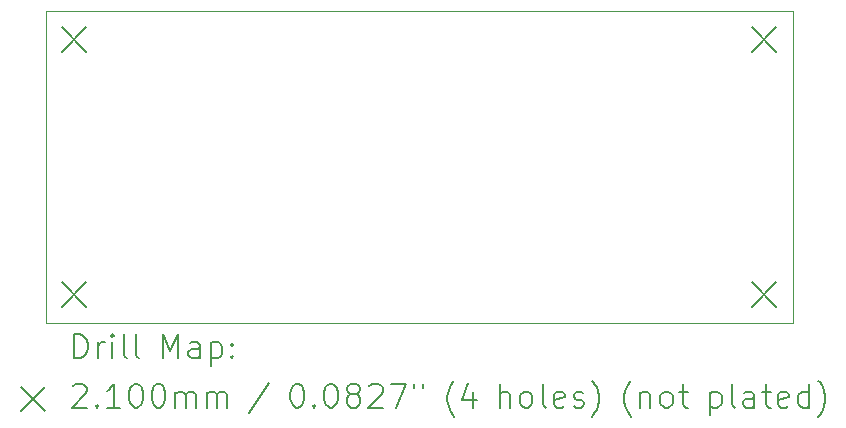
<source format=gbr>
%TF.GenerationSoftware,KiCad,Pcbnew,(7.0.0)*%
%TF.CreationDate,2023-06-02T20:54:35-06:00*%
%TF.ProjectId,WatchDogV4-CAP,57617463-6844-46f6-9756-342d4341502e,rev?*%
%TF.SameCoordinates,Original*%
%TF.FileFunction,Drillmap*%
%TF.FilePolarity,Positive*%
%FSLAX45Y45*%
G04 Gerber Fmt 4.5, Leading zero omitted, Abs format (unit mm)*
G04 Created by KiCad (PCBNEW (7.0.0)) date 2023-06-02 20:54:35*
%MOMM*%
%LPD*%
G01*
G04 APERTURE LIST*
%ADD10C,0.100000*%
%ADD11C,0.200000*%
%ADD12C,0.210000*%
G04 APERTURE END LIST*
D10*
X6451600Y-4013200D02*
X12776200Y-4013200D01*
X12776200Y-4013200D02*
X12776200Y-6654800D01*
X12776200Y-6654800D02*
X6451600Y-6654800D01*
X6451600Y-6654800D02*
X6451600Y-4013200D01*
D11*
D12*
X6587900Y-4149500D02*
X6797900Y-4359500D01*
X6797900Y-4149500D02*
X6587900Y-4359500D01*
X6587900Y-6308500D02*
X6797900Y-6518500D01*
X6797900Y-6308500D02*
X6587900Y-6518500D01*
X12429900Y-4149500D02*
X12639900Y-4359500D01*
X12639900Y-4149500D02*
X12429900Y-4359500D01*
X12429900Y-6308500D02*
X12639900Y-6518500D01*
X12639900Y-6308500D02*
X12429900Y-6518500D01*
D11*
X6694219Y-6953276D02*
X6694219Y-6753276D01*
X6694219Y-6753276D02*
X6741838Y-6753276D01*
X6741838Y-6753276D02*
X6770409Y-6762800D01*
X6770409Y-6762800D02*
X6789457Y-6781848D01*
X6789457Y-6781848D02*
X6798981Y-6800895D01*
X6798981Y-6800895D02*
X6808505Y-6838990D01*
X6808505Y-6838990D02*
X6808505Y-6867562D01*
X6808505Y-6867562D02*
X6798981Y-6905657D01*
X6798981Y-6905657D02*
X6789457Y-6924705D01*
X6789457Y-6924705D02*
X6770409Y-6943752D01*
X6770409Y-6943752D02*
X6741838Y-6953276D01*
X6741838Y-6953276D02*
X6694219Y-6953276D01*
X6894219Y-6953276D02*
X6894219Y-6819943D01*
X6894219Y-6858038D02*
X6903743Y-6838990D01*
X6903743Y-6838990D02*
X6913267Y-6829467D01*
X6913267Y-6829467D02*
X6932314Y-6819943D01*
X6932314Y-6819943D02*
X6951362Y-6819943D01*
X7018028Y-6953276D02*
X7018028Y-6819943D01*
X7018028Y-6753276D02*
X7008505Y-6762800D01*
X7008505Y-6762800D02*
X7018028Y-6772324D01*
X7018028Y-6772324D02*
X7027552Y-6762800D01*
X7027552Y-6762800D02*
X7018028Y-6753276D01*
X7018028Y-6753276D02*
X7018028Y-6772324D01*
X7141838Y-6953276D02*
X7122790Y-6943752D01*
X7122790Y-6943752D02*
X7113267Y-6924705D01*
X7113267Y-6924705D02*
X7113267Y-6753276D01*
X7246600Y-6953276D02*
X7227552Y-6943752D01*
X7227552Y-6943752D02*
X7218028Y-6924705D01*
X7218028Y-6924705D02*
X7218028Y-6753276D01*
X7442790Y-6953276D02*
X7442790Y-6753276D01*
X7442790Y-6753276D02*
X7509457Y-6896133D01*
X7509457Y-6896133D02*
X7576124Y-6753276D01*
X7576124Y-6753276D02*
X7576124Y-6953276D01*
X7757076Y-6953276D02*
X7757076Y-6848514D01*
X7757076Y-6848514D02*
X7747552Y-6829467D01*
X7747552Y-6829467D02*
X7728505Y-6819943D01*
X7728505Y-6819943D02*
X7690409Y-6819943D01*
X7690409Y-6819943D02*
X7671362Y-6829467D01*
X7757076Y-6943752D02*
X7738028Y-6953276D01*
X7738028Y-6953276D02*
X7690409Y-6953276D01*
X7690409Y-6953276D02*
X7671362Y-6943752D01*
X7671362Y-6943752D02*
X7661838Y-6924705D01*
X7661838Y-6924705D02*
X7661838Y-6905657D01*
X7661838Y-6905657D02*
X7671362Y-6886609D01*
X7671362Y-6886609D02*
X7690409Y-6877086D01*
X7690409Y-6877086D02*
X7738028Y-6877086D01*
X7738028Y-6877086D02*
X7757076Y-6867562D01*
X7852314Y-6819943D02*
X7852314Y-7019943D01*
X7852314Y-6829467D02*
X7871362Y-6819943D01*
X7871362Y-6819943D02*
X7909457Y-6819943D01*
X7909457Y-6819943D02*
X7928505Y-6829467D01*
X7928505Y-6829467D02*
X7938028Y-6838990D01*
X7938028Y-6838990D02*
X7947552Y-6858038D01*
X7947552Y-6858038D02*
X7947552Y-6915181D01*
X7947552Y-6915181D02*
X7938028Y-6934228D01*
X7938028Y-6934228D02*
X7928505Y-6943752D01*
X7928505Y-6943752D02*
X7909457Y-6953276D01*
X7909457Y-6953276D02*
X7871362Y-6953276D01*
X7871362Y-6953276D02*
X7852314Y-6943752D01*
X8033267Y-6934228D02*
X8042790Y-6943752D01*
X8042790Y-6943752D02*
X8033267Y-6953276D01*
X8033267Y-6953276D02*
X8023743Y-6943752D01*
X8023743Y-6943752D02*
X8033267Y-6934228D01*
X8033267Y-6934228D02*
X8033267Y-6953276D01*
X8033267Y-6829467D02*
X8042790Y-6838990D01*
X8042790Y-6838990D02*
X8033267Y-6848514D01*
X8033267Y-6848514D02*
X8023743Y-6838990D01*
X8023743Y-6838990D02*
X8033267Y-6829467D01*
X8033267Y-6829467D02*
X8033267Y-6848514D01*
X6246600Y-7199800D02*
X6446600Y-7399800D01*
X6446600Y-7199800D02*
X6246600Y-7399800D01*
X6684695Y-7192324D02*
X6694219Y-7182800D01*
X6694219Y-7182800D02*
X6713267Y-7173276D01*
X6713267Y-7173276D02*
X6760886Y-7173276D01*
X6760886Y-7173276D02*
X6779933Y-7182800D01*
X6779933Y-7182800D02*
X6789457Y-7192324D01*
X6789457Y-7192324D02*
X6798981Y-7211371D01*
X6798981Y-7211371D02*
X6798981Y-7230419D01*
X6798981Y-7230419D02*
X6789457Y-7258990D01*
X6789457Y-7258990D02*
X6675171Y-7373276D01*
X6675171Y-7373276D02*
X6798981Y-7373276D01*
X6884695Y-7354228D02*
X6894219Y-7363752D01*
X6894219Y-7363752D02*
X6884695Y-7373276D01*
X6884695Y-7373276D02*
X6875171Y-7363752D01*
X6875171Y-7363752D02*
X6884695Y-7354228D01*
X6884695Y-7354228D02*
X6884695Y-7373276D01*
X7084695Y-7373276D02*
X6970409Y-7373276D01*
X7027552Y-7373276D02*
X7027552Y-7173276D01*
X7027552Y-7173276D02*
X7008505Y-7201848D01*
X7008505Y-7201848D02*
X6989457Y-7220895D01*
X6989457Y-7220895D02*
X6970409Y-7230419D01*
X7208505Y-7173276D02*
X7227552Y-7173276D01*
X7227552Y-7173276D02*
X7246600Y-7182800D01*
X7246600Y-7182800D02*
X7256124Y-7192324D01*
X7256124Y-7192324D02*
X7265648Y-7211371D01*
X7265648Y-7211371D02*
X7275171Y-7249467D01*
X7275171Y-7249467D02*
X7275171Y-7297086D01*
X7275171Y-7297086D02*
X7265648Y-7335181D01*
X7265648Y-7335181D02*
X7256124Y-7354228D01*
X7256124Y-7354228D02*
X7246600Y-7363752D01*
X7246600Y-7363752D02*
X7227552Y-7373276D01*
X7227552Y-7373276D02*
X7208505Y-7373276D01*
X7208505Y-7373276D02*
X7189457Y-7363752D01*
X7189457Y-7363752D02*
X7179933Y-7354228D01*
X7179933Y-7354228D02*
X7170409Y-7335181D01*
X7170409Y-7335181D02*
X7160886Y-7297086D01*
X7160886Y-7297086D02*
X7160886Y-7249467D01*
X7160886Y-7249467D02*
X7170409Y-7211371D01*
X7170409Y-7211371D02*
X7179933Y-7192324D01*
X7179933Y-7192324D02*
X7189457Y-7182800D01*
X7189457Y-7182800D02*
X7208505Y-7173276D01*
X7398981Y-7173276D02*
X7418029Y-7173276D01*
X7418029Y-7173276D02*
X7437076Y-7182800D01*
X7437076Y-7182800D02*
X7446600Y-7192324D01*
X7446600Y-7192324D02*
X7456124Y-7211371D01*
X7456124Y-7211371D02*
X7465648Y-7249467D01*
X7465648Y-7249467D02*
X7465648Y-7297086D01*
X7465648Y-7297086D02*
X7456124Y-7335181D01*
X7456124Y-7335181D02*
X7446600Y-7354228D01*
X7446600Y-7354228D02*
X7437076Y-7363752D01*
X7437076Y-7363752D02*
X7418029Y-7373276D01*
X7418029Y-7373276D02*
X7398981Y-7373276D01*
X7398981Y-7373276D02*
X7379933Y-7363752D01*
X7379933Y-7363752D02*
X7370409Y-7354228D01*
X7370409Y-7354228D02*
X7360886Y-7335181D01*
X7360886Y-7335181D02*
X7351362Y-7297086D01*
X7351362Y-7297086D02*
X7351362Y-7249467D01*
X7351362Y-7249467D02*
X7360886Y-7211371D01*
X7360886Y-7211371D02*
X7370409Y-7192324D01*
X7370409Y-7192324D02*
X7379933Y-7182800D01*
X7379933Y-7182800D02*
X7398981Y-7173276D01*
X7551362Y-7373276D02*
X7551362Y-7239943D01*
X7551362Y-7258990D02*
X7560886Y-7249467D01*
X7560886Y-7249467D02*
X7579933Y-7239943D01*
X7579933Y-7239943D02*
X7608505Y-7239943D01*
X7608505Y-7239943D02*
X7627552Y-7249467D01*
X7627552Y-7249467D02*
X7637076Y-7268514D01*
X7637076Y-7268514D02*
X7637076Y-7373276D01*
X7637076Y-7268514D02*
X7646600Y-7249467D01*
X7646600Y-7249467D02*
X7665648Y-7239943D01*
X7665648Y-7239943D02*
X7694219Y-7239943D01*
X7694219Y-7239943D02*
X7713267Y-7249467D01*
X7713267Y-7249467D02*
X7722790Y-7268514D01*
X7722790Y-7268514D02*
X7722790Y-7373276D01*
X7818029Y-7373276D02*
X7818029Y-7239943D01*
X7818029Y-7258990D02*
X7827552Y-7249467D01*
X7827552Y-7249467D02*
X7846600Y-7239943D01*
X7846600Y-7239943D02*
X7875171Y-7239943D01*
X7875171Y-7239943D02*
X7894219Y-7249467D01*
X7894219Y-7249467D02*
X7903743Y-7268514D01*
X7903743Y-7268514D02*
X7903743Y-7373276D01*
X7903743Y-7268514D02*
X7913267Y-7249467D01*
X7913267Y-7249467D02*
X7932314Y-7239943D01*
X7932314Y-7239943D02*
X7960886Y-7239943D01*
X7960886Y-7239943D02*
X7979933Y-7249467D01*
X7979933Y-7249467D02*
X7989457Y-7268514D01*
X7989457Y-7268514D02*
X7989457Y-7373276D01*
X8347552Y-7163752D02*
X8176124Y-7420895D01*
X8572314Y-7173276D02*
X8591362Y-7173276D01*
X8591362Y-7173276D02*
X8610410Y-7182800D01*
X8610410Y-7182800D02*
X8619933Y-7192324D01*
X8619933Y-7192324D02*
X8629457Y-7211371D01*
X8629457Y-7211371D02*
X8638981Y-7249467D01*
X8638981Y-7249467D02*
X8638981Y-7297086D01*
X8638981Y-7297086D02*
X8629457Y-7335181D01*
X8629457Y-7335181D02*
X8619933Y-7354228D01*
X8619933Y-7354228D02*
X8610410Y-7363752D01*
X8610410Y-7363752D02*
X8591362Y-7373276D01*
X8591362Y-7373276D02*
X8572314Y-7373276D01*
X8572314Y-7373276D02*
X8553267Y-7363752D01*
X8553267Y-7363752D02*
X8543743Y-7354228D01*
X8543743Y-7354228D02*
X8534219Y-7335181D01*
X8534219Y-7335181D02*
X8524695Y-7297086D01*
X8524695Y-7297086D02*
X8524695Y-7249467D01*
X8524695Y-7249467D02*
X8534219Y-7211371D01*
X8534219Y-7211371D02*
X8543743Y-7192324D01*
X8543743Y-7192324D02*
X8553267Y-7182800D01*
X8553267Y-7182800D02*
X8572314Y-7173276D01*
X8724695Y-7354228D02*
X8734219Y-7363752D01*
X8734219Y-7363752D02*
X8724695Y-7373276D01*
X8724695Y-7373276D02*
X8715172Y-7363752D01*
X8715172Y-7363752D02*
X8724695Y-7354228D01*
X8724695Y-7354228D02*
X8724695Y-7373276D01*
X8858029Y-7173276D02*
X8877076Y-7173276D01*
X8877076Y-7173276D02*
X8896124Y-7182800D01*
X8896124Y-7182800D02*
X8905648Y-7192324D01*
X8905648Y-7192324D02*
X8915172Y-7211371D01*
X8915172Y-7211371D02*
X8924695Y-7249467D01*
X8924695Y-7249467D02*
X8924695Y-7297086D01*
X8924695Y-7297086D02*
X8915172Y-7335181D01*
X8915172Y-7335181D02*
X8905648Y-7354228D01*
X8905648Y-7354228D02*
X8896124Y-7363752D01*
X8896124Y-7363752D02*
X8877076Y-7373276D01*
X8877076Y-7373276D02*
X8858029Y-7373276D01*
X8858029Y-7373276D02*
X8838981Y-7363752D01*
X8838981Y-7363752D02*
X8829457Y-7354228D01*
X8829457Y-7354228D02*
X8819933Y-7335181D01*
X8819933Y-7335181D02*
X8810410Y-7297086D01*
X8810410Y-7297086D02*
X8810410Y-7249467D01*
X8810410Y-7249467D02*
X8819933Y-7211371D01*
X8819933Y-7211371D02*
X8829457Y-7192324D01*
X8829457Y-7192324D02*
X8838981Y-7182800D01*
X8838981Y-7182800D02*
X8858029Y-7173276D01*
X9038981Y-7258990D02*
X9019933Y-7249467D01*
X9019933Y-7249467D02*
X9010410Y-7239943D01*
X9010410Y-7239943D02*
X9000886Y-7220895D01*
X9000886Y-7220895D02*
X9000886Y-7211371D01*
X9000886Y-7211371D02*
X9010410Y-7192324D01*
X9010410Y-7192324D02*
X9019933Y-7182800D01*
X9019933Y-7182800D02*
X9038981Y-7173276D01*
X9038981Y-7173276D02*
X9077076Y-7173276D01*
X9077076Y-7173276D02*
X9096124Y-7182800D01*
X9096124Y-7182800D02*
X9105648Y-7192324D01*
X9105648Y-7192324D02*
X9115172Y-7211371D01*
X9115172Y-7211371D02*
X9115172Y-7220895D01*
X9115172Y-7220895D02*
X9105648Y-7239943D01*
X9105648Y-7239943D02*
X9096124Y-7249467D01*
X9096124Y-7249467D02*
X9077076Y-7258990D01*
X9077076Y-7258990D02*
X9038981Y-7258990D01*
X9038981Y-7258990D02*
X9019933Y-7268514D01*
X9019933Y-7268514D02*
X9010410Y-7278038D01*
X9010410Y-7278038D02*
X9000886Y-7297086D01*
X9000886Y-7297086D02*
X9000886Y-7335181D01*
X9000886Y-7335181D02*
X9010410Y-7354228D01*
X9010410Y-7354228D02*
X9019933Y-7363752D01*
X9019933Y-7363752D02*
X9038981Y-7373276D01*
X9038981Y-7373276D02*
X9077076Y-7373276D01*
X9077076Y-7373276D02*
X9096124Y-7363752D01*
X9096124Y-7363752D02*
X9105648Y-7354228D01*
X9105648Y-7354228D02*
X9115172Y-7335181D01*
X9115172Y-7335181D02*
X9115172Y-7297086D01*
X9115172Y-7297086D02*
X9105648Y-7278038D01*
X9105648Y-7278038D02*
X9096124Y-7268514D01*
X9096124Y-7268514D02*
X9077076Y-7258990D01*
X9191362Y-7192324D02*
X9200886Y-7182800D01*
X9200886Y-7182800D02*
X9219933Y-7173276D01*
X9219933Y-7173276D02*
X9267553Y-7173276D01*
X9267553Y-7173276D02*
X9286600Y-7182800D01*
X9286600Y-7182800D02*
X9296124Y-7192324D01*
X9296124Y-7192324D02*
X9305648Y-7211371D01*
X9305648Y-7211371D02*
X9305648Y-7230419D01*
X9305648Y-7230419D02*
X9296124Y-7258990D01*
X9296124Y-7258990D02*
X9181838Y-7373276D01*
X9181838Y-7373276D02*
X9305648Y-7373276D01*
X9372314Y-7173276D02*
X9505648Y-7173276D01*
X9505648Y-7173276D02*
X9419933Y-7373276D01*
X9572314Y-7173276D02*
X9572314Y-7211371D01*
X9648505Y-7173276D02*
X9648505Y-7211371D01*
X9911362Y-7449467D02*
X9901838Y-7439943D01*
X9901838Y-7439943D02*
X9882791Y-7411371D01*
X9882791Y-7411371D02*
X9873267Y-7392324D01*
X9873267Y-7392324D02*
X9863743Y-7363752D01*
X9863743Y-7363752D02*
X9854219Y-7316133D01*
X9854219Y-7316133D02*
X9854219Y-7278038D01*
X9854219Y-7278038D02*
X9863743Y-7230419D01*
X9863743Y-7230419D02*
X9873267Y-7201848D01*
X9873267Y-7201848D02*
X9882791Y-7182800D01*
X9882791Y-7182800D02*
X9901838Y-7154228D01*
X9901838Y-7154228D02*
X9911362Y-7144705D01*
X10073267Y-7239943D02*
X10073267Y-7373276D01*
X10025648Y-7163752D02*
X9978029Y-7306609D01*
X9978029Y-7306609D02*
X10101838Y-7306609D01*
X10298029Y-7373276D02*
X10298029Y-7173276D01*
X10383743Y-7373276D02*
X10383743Y-7268514D01*
X10383743Y-7268514D02*
X10374219Y-7249467D01*
X10374219Y-7249467D02*
X10355172Y-7239943D01*
X10355172Y-7239943D02*
X10326600Y-7239943D01*
X10326600Y-7239943D02*
X10307553Y-7249467D01*
X10307553Y-7249467D02*
X10298029Y-7258990D01*
X10507553Y-7373276D02*
X10488505Y-7363752D01*
X10488505Y-7363752D02*
X10478981Y-7354228D01*
X10478981Y-7354228D02*
X10469457Y-7335181D01*
X10469457Y-7335181D02*
X10469457Y-7278038D01*
X10469457Y-7278038D02*
X10478981Y-7258990D01*
X10478981Y-7258990D02*
X10488505Y-7249467D01*
X10488505Y-7249467D02*
X10507553Y-7239943D01*
X10507553Y-7239943D02*
X10536124Y-7239943D01*
X10536124Y-7239943D02*
X10555172Y-7249467D01*
X10555172Y-7249467D02*
X10564695Y-7258990D01*
X10564695Y-7258990D02*
X10574219Y-7278038D01*
X10574219Y-7278038D02*
X10574219Y-7335181D01*
X10574219Y-7335181D02*
X10564695Y-7354228D01*
X10564695Y-7354228D02*
X10555172Y-7363752D01*
X10555172Y-7363752D02*
X10536124Y-7373276D01*
X10536124Y-7373276D02*
X10507553Y-7373276D01*
X10688505Y-7373276D02*
X10669457Y-7363752D01*
X10669457Y-7363752D02*
X10659934Y-7344705D01*
X10659934Y-7344705D02*
X10659934Y-7173276D01*
X10840886Y-7363752D02*
X10821838Y-7373276D01*
X10821838Y-7373276D02*
X10783743Y-7373276D01*
X10783743Y-7373276D02*
X10764695Y-7363752D01*
X10764695Y-7363752D02*
X10755172Y-7344705D01*
X10755172Y-7344705D02*
X10755172Y-7268514D01*
X10755172Y-7268514D02*
X10764695Y-7249467D01*
X10764695Y-7249467D02*
X10783743Y-7239943D01*
X10783743Y-7239943D02*
X10821838Y-7239943D01*
X10821838Y-7239943D02*
X10840886Y-7249467D01*
X10840886Y-7249467D02*
X10850410Y-7268514D01*
X10850410Y-7268514D02*
X10850410Y-7287562D01*
X10850410Y-7287562D02*
X10755172Y-7306609D01*
X10926600Y-7363752D02*
X10945648Y-7373276D01*
X10945648Y-7373276D02*
X10983743Y-7373276D01*
X10983743Y-7373276D02*
X11002791Y-7363752D01*
X11002791Y-7363752D02*
X11012315Y-7344705D01*
X11012315Y-7344705D02*
X11012315Y-7335181D01*
X11012315Y-7335181D02*
X11002791Y-7316133D01*
X11002791Y-7316133D02*
X10983743Y-7306609D01*
X10983743Y-7306609D02*
X10955172Y-7306609D01*
X10955172Y-7306609D02*
X10936124Y-7297086D01*
X10936124Y-7297086D02*
X10926600Y-7278038D01*
X10926600Y-7278038D02*
X10926600Y-7268514D01*
X10926600Y-7268514D02*
X10936124Y-7249467D01*
X10936124Y-7249467D02*
X10955172Y-7239943D01*
X10955172Y-7239943D02*
X10983743Y-7239943D01*
X10983743Y-7239943D02*
X11002791Y-7249467D01*
X11078981Y-7449467D02*
X11088505Y-7439943D01*
X11088505Y-7439943D02*
X11107553Y-7411371D01*
X11107553Y-7411371D02*
X11117076Y-7392324D01*
X11117076Y-7392324D02*
X11126600Y-7363752D01*
X11126600Y-7363752D02*
X11136124Y-7316133D01*
X11136124Y-7316133D02*
X11136124Y-7278038D01*
X11136124Y-7278038D02*
X11126600Y-7230419D01*
X11126600Y-7230419D02*
X11117076Y-7201848D01*
X11117076Y-7201848D02*
X11107553Y-7182800D01*
X11107553Y-7182800D02*
X11088505Y-7154228D01*
X11088505Y-7154228D02*
X11078981Y-7144705D01*
X11408505Y-7449467D02*
X11398981Y-7439943D01*
X11398981Y-7439943D02*
X11379933Y-7411371D01*
X11379933Y-7411371D02*
X11370410Y-7392324D01*
X11370410Y-7392324D02*
X11360886Y-7363752D01*
X11360886Y-7363752D02*
X11351362Y-7316133D01*
X11351362Y-7316133D02*
X11351362Y-7278038D01*
X11351362Y-7278038D02*
X11360886Y-7230419D01*
X11360886Y-7230419D02*
X11370410Y-7201848D01*
X11370410Y-7201848D02*
X11379933Y-7182800D01*
X11379933Y-7182800D02*
X11398981Y-7154228D01*
X11398981Y-7154228D02*
X11408505Y-7144705D01*
X11484695Y-7239943D02*
X11484695Y-7373276D01*
X11484695Y-7258990D02*
X11494219Y-7249467D01*
X11494219Y-7249467D02*
X11513267Y-7239943D01*
X11513267Y-7239943D02*
X11541838Y-7239943D01*
X11541838Y-7239943D02*
X11560886Y-7249467D01*
X11560886Y-7249467D02*
X11570410Y-7268514D01*
X11570410Y-7268514D02*
X11570410Y-7373276D01*
X11694219Y-7373276D02*
X11675172Y-7363752D01*
X11675172Y-7363752D02*
X11665648Y-7354228D01*
X11665648Y-7354228D02*
X11656124Y-7335181D01*
X11656124Y-7335181D02*
X11656124Y-7278038D01*
X11656124Y-7278038D02*
X11665648Y-7258990D01*
X11665648Y-7258990D02*
X11675172Y-7249467D01*
X11675172Y-7249467D02*
X11694219Y-7239943D01*
X11694219Y-7239943D02*
X11722791Y-7239943D01*
X11722791Y-7239943D02*
X11741838Y-7249467D01*
X11741838Y-7249467D02*
X11751362Y-7258990D01*
X11751362Y-7258990D02*
X11760886Y-7278038D01*
X11760886Y-7278038D02*
X11760886Y-7335181D01*
X11760886Y-7335181D02*
X11751362Y-7354228D01*
X11751362Y-7354228D02*
X11741838Y-7363752D01*
X11741838Y-7363752D02*
X11722791Y-7373276D01*
X11722791Y-7373276D02*
X11694219Y-7373276D01*
X11818029Y-7239943D02*
X11894219Y-7239943D01*
X11846600Y-7173276D02*
X11846600Y-7344705D01*
X11846600Y-7344705D02*
X11856124Y-7363752D01*
X11856124Y-7363752D02*
X11875172Y-7373276D01*
X11875172Y-7373276D02*
X11894219Y-7373276D01*
X12080886Y-7239943D02*
X12080886Y-7439943D01*
X12080886Y-7249467D02*
X12099933Y-7239943D01*
X12099933Y-7239943D02*
X12138029Y-7239943D01*
X12138029Y-7239943D02*
X12157076Y-7249467D01*
X12157076Y-7249467D02*
X12166600Y-7258990D01*
X12166600Y-7258990D02*
X12176124Y-7278038D01*
X12176124Y-7278038D02*
X12176124Y-7335181D01*
X12176124Y-7335181D02*
X12166600Y-7354228D01*
X12166600Y-7354228D02*
X12157076Y-7363752D01*
X12157076Y-7363752D02*
X12138029Y-7373276D01*
X12138029Y-7373276D02*
X12099933Y-7373276D01*
X12099933Y-7373276D02*
X12080886Y-7363752D01*
X12290410Y-7373276D02*
X12271362Y-7363752D01*
X12271362Y-7363752D02*
X12261838Y-7344705D01*
X12261838Y-7344705D02*
X12261838Y-7173276D01*
X12452314Y-7373276D02*
X12452314Y-7268514D01*
X12452314Y-7268514D02*
X12442791Y-7249467D01*
X12442791Y-7249467D02*
X12423743Y-7239943D01*
X12423743Y-7239943D02*
X12385648Y-7239943D01*
X12385648Y-7239943D02*
X12366600Y-7249467D01*
X12452314Y-7363752D02*
X12433267Y-7373276D01*
X12433267Y-7373276D02*
X12385648Y-7373276D01*
X12385648Y-7373276D02*
X12366600Y-7363752D01*
X12366600Y-7363752D02*
X12357076Y-7344705D01*
X12357076Y-7344705D02*
X12357076Y-7325657D01*
X12357076Y-7325657D02*
X12366600Y-7306609D01*
X12366600Y-7306609D02*
X12385648Y-7297086D01*
X12385648Y-7297086D02*
X12433267Y-7297086D01*
X12433267Y-7297086D02*
X12452314Y-7287562D01*
X12518981Y-7239943D02*
X12595172Y-7239943D01*
X12547553Y-7173276D02*
X12547553Y-7344705D01*
X12547553Y-7344705D02*
X12557076Y-7363752D01*
X12557076Y-7363752D02*
X12576124Y-7373276D01*
X12576124Y-7373276D02*
X12595172Y-7373276D01*
X12738029Y-7363752D02*
X12718981Y-7373276D01*
X12718981Y-7373276D02*
X12680886Y-7373276D01*
X12680886Y-7373276D02*
X12661838Y-7363752D01*
X12661838Y-7363752D02*
X12652314Y-7344705D01*
X12652314Y-7344705D02*
X12652314Y-7268514D01*
X12652314Y-7268514D02*
X12661838Y-7249467D01*
X12661838Y-7249467D02*
X12680886Y-7239943D01*
X12680886Y-7239943D02*
X12718981Y-7239943D01*
X12718981Y-7239943D02*
X12738029Y-7249467D01*
X12738029Y-7249467D02*
X12747553Y-7268514D01*
X12747553Y-7268514D02*
X12747553Y-7287562D01*
X12747553Y-7287562D02*
X12652314Y-7306609D01*
X12918981Y-7373276D02*
X12918981Y-7173276D01*
X12918981Y-7363752D02*
X12899934Y-7373276D01*
X12899934Y-7373276D02*
X12861838Y-7373276D01*
X12861838Y-7373276D02*
X12842791Y-7363752D01*
X12842791Y-7363752D02*
X12833267Y-7354228D01*
X12833267Y-7354228D02*
X12823743Y-7335181D01*
X12823743Y-7335181D02*
X12823743Y-7278038D01*
X12823743Y-7278038D02*
X12833267Y-7258990D01*
X12833267Y-7258990D02*
X12842791Y-7249467D01*
X12842791Y-7249467D02*
X12861838Y-7239943D01*
X12861838Y-7239943D02*
X12899934Y-7239943D01*
X12899934Y-7239943D02*
X12918981Y-7249467D01*
X12995172Y-7449467D02*
X13004695Y-7439943D01*
X13004695Y-7439943D02*
X13023743Y-7411371D01*
X13023743Y-7411371D02*
X13033267Y-7392324D01*
X13033267Y-7392324D02*
X13042791Y-7363752D01*
X13042791Y-7363752D02*
X13052314Y-7316133D01*
X13052314Y-7316133D02*
X13052314Y-7278038D01*
X13052314Y-7278038D02*
X13042791Y-7230419D01*
X13042791Y-7230419D02*
X13033267Y-7201848D01*
X13033267Y-7201848D02*
X13023743Y-7182800D01*
X13023743Y-7182800D02*
X13004695Y-7154228D01*
X13004695Y-7154228D02*
X12995172Y-7144705D01*
M02*

</source>
